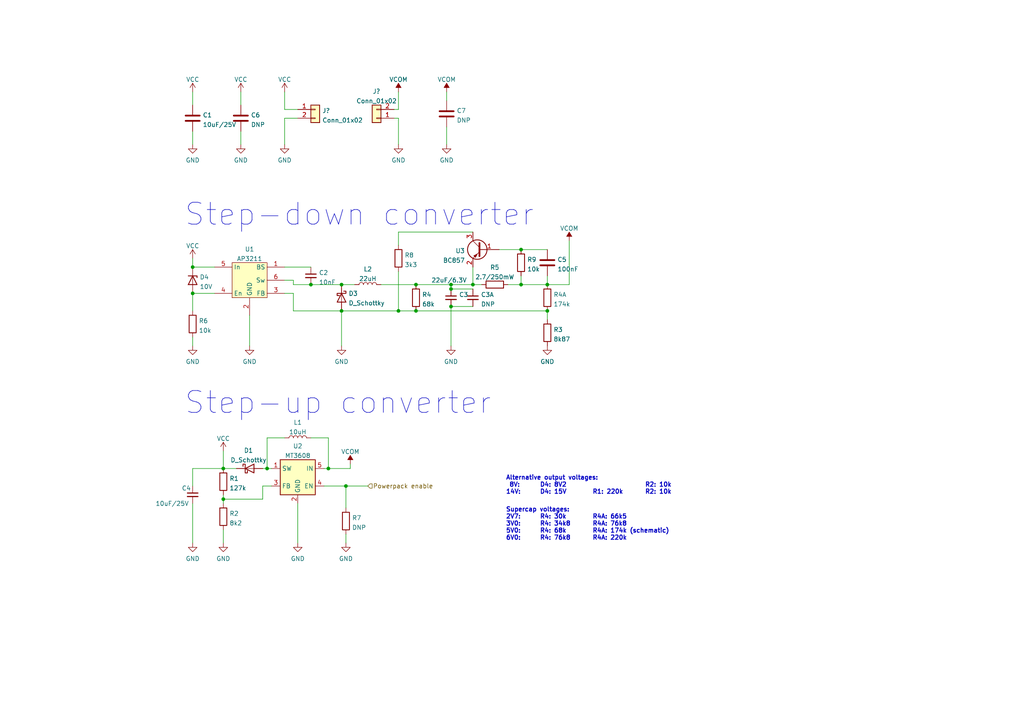
<source format=kicad_sch>
(kicad_sch (version 20211123) (generator eeschema)
  (paper "A4")
  (lib_symbols
    (symbol "Connector_Generic:Conn_01x02" (pin_names (offset 1.016) hide)
      (property "Reference" "J" (at 0 2.54 0))
      (property "Value" "Conn_01x02" (at 0 -5.08 0))
      (symbol "Conn_01x02_1_1"
        (rectangle (start -1.27 -2.413) (end 0 -2.667) (stroke (width 0.1524)))
        (rectangle (start -1.27 0.127) (end 0 -0.127) (stroke (width 0.1524)))
        (rectangle (start -1.27 1.27) (end 1.27 -3.81) (stroke (width 0.254)) (fill (type background)))
        (pin passive line (at -5.08 0 0) (length 3.81) (name "Pin_1") (number "1"))
        (pin passive line (at -5.08 -2.54 0) (length 3.81) (name "Pin_2") (number "2"))
      )
    )
    (symbol "Device:C" (pin_numbers hide) (pin_names (offset 0.254))
      (property "Reference" "C" (at 0.635 2.54 0))
      (property "Value" "C" (at 0.635 -2.54 0))
      (symbol "C_0_1"
        (polyline (pts (xy -2.032 -0.762) (xy 2.032 -0.762)) (stroke (width 0.508)))
        (polyline (pts (xy -2.032 0.762) (xy 2.032 0.762)) (stroke (width 0.508)))
      )
      (symbol "C_1_1"
        (pin passive line (at 0 3.81 270) (length 2.794) (name "~") (number "1"))
        (pin passive line (at 0 -3.81 90) (length 2.794) (name "~") (number "2"))
      )
    )
    (symbol "Device:C_Small" (pin_numbers hide) (pin_names (offset 0.254) hide)
      (property "Reference" "C" (at 0.254 1.778 0))
      (property "Value" "C_Small" (at 0.254 -2.032 0))
      (symbol "C_Small_0_1"
        (polyline (pts (xy -1.524 -0.508) (xy 1.524 -0.508)) (stroke (width 0.3302)))
        (polyline (pts (xy -1.524 0.508) (xy 1.524 0.508)) (stroke (width 0.3048)))
      )
      (symbol "C_Small_1_1"
        (pin passive line (at 0 2.54 270) (length 2.032) (name "~") (number "1"))
        (pin passive line (at 0 -2.54 90) (length 2.032) (name "~") (number "2"))
      )
    )
    (symbol "Device:D_Schottky" (pin_numbers hide) (pin_names (offset 1.016) hide)
      (property "Reference" "D" (at 0 2.54 0))
      (property "Value" "D_Schottky" (at 0 -2.54 0))
      (symbol "D_Schottky_0_1"
        (polyline (pts (xy 1.27 0) (xy -1.27 0)))
        (polyline (pts (xy 1.27 1.27) (xy 1.27 -1.27) (xy -1.27 0) (xy 1.27 1.27)) (stroke (width 0.254)))
        (polyline (pts (xy -1.905 0.635) (xy -1.905 1.27) (xy -1.27 1.27) (xy -1.27 -1.27) (xy -0.635 -1.27) (xy -0.635 -0.635)) (stroke (width 0.254)))
      )
      (symbol "D_Schottky_1_1"
        (pin passive line (at -3.81 0 0) (length 2.54) (name "K") (number "1"))
        (pin passive line (at 3.81 0 180) (length 2.54) (name "A") (number "2"))
      )
    )
    (symbol "Device:D_Zener" (pin_numbers hide) (pin_names (offset 1.016) hide)
      (property "Reference" "D" (at 0 2.54 0))
      (property "Value" "D_Zener" (at 0 -2.54 0))
      (symbol "D_Zener_0_1"
        (polyline (pts (xy 1.27 0) (xy -1.27 0)))
        (polyline (pts (xy -1.27 -1.27) (xy -1.27 1.27) (xy -0.762 1.27)) (stroke (width 0.254)))
        (polyline (pts (xy 1.27 -1.27) (xy 1.27 1.27) (xy -1.27 0) (xy 1.27 -1.27)) (stroke (width 0.254)))
      )
      (symbol "D_Zener_1_1"
        (pin passive line (at -3.81 0 0) (length 2.54) (name "K") (number "1"))
        (pin passive line (at 3.81 0 180) (length 2.54) (name "A") (number "2"))
      )
    )
    (symbol "Device:L" (pin_numbers hide) (pin_names (offset 1.016) hide)
      (property "Reference" "L" (at -1.27 0 90))
      (property "Value" "L" (at 1.905 0 90))
      (symbol "L_0_1"
        (arc (start 0 -2.54) (mid 0.635 -1.905) (end 0 -1.27))
        (arc (start 0 -1.27) (mid 0.635 -0.635) (end 0 0))
        (arc (start 0 0) (mid 0.635 0.635) (end 0 1.27))
        (arc (start 0 1.27) (mid 0.635 1.905) (end 0 2.54))
      )
      (symbol "L_1_1"
        (pin passive line (at 0 3.81 270) (length 1.27) (name "1") (number "1"))
        (pin passive line (at 0 -3.81 90) (length 1.27) (name "2") (number "2"))
      )
    )
    (symbol "Device:R" (pin_numbers hide) (pin_names (offset 0))
      (property "Reference" "R" (at 2.032 0 90))
      (property "Value" "R" (at 0 0 90))
      (symbol "R_0_1"
        (rectangle (start -1.016 -2.54) (end 1.016 2.54) (stroke (width 0.254)))
      )
      (symbol "R_1_1"
        (pin passive line (at 0 3.81 270) (length 1.27) (name "~") (number "1"))
        (pin passive line (at 0 -3.81 90) (length 1.27) (name "~") (number "2"))
      )
    )
    (symbol "Regulator_Switching:MT3608"
      (property "Reference" "U" (at -2.54 8.89 0))
      (property "Value" "MT3608" (at -3.81 6.35 0))
      (symbol "MT3608_0_1"
        (rectangle (start -5.08 5.08) (end 5.08 -5.08) (stroke (width 0.254)) (fill (type background)))
      )
      (symbol "MT3608_1_1"
        (pin passive line (at 7.62 2.54 180) (length 2.54) (name "SW") (number "1"))
        (pin power_in line (at 0 -7.62 90) (length 2.54) (name "GND") (number "2"))
        (pin input line (at 7.62 -2.54 180) (length 2.54) (name "FB") (number "3"))
        (pin input line (at -7.62 -2.54 0) (length 2.54) (name "EN") (number "4"))
        (pin power_in line (at -7.62 2.54 0) (length 2.54) (name "IN") (number "5"))
        (pin no_connect line (at 5.08 0 180) (length 2.54) hide (name "NC") (number "6"))
      )
    )
    (symbol "Transistor_BJT:BC857" (pin_names (offset 0) hide)
      (property "Reference" "Q" (at 5.08 1.905 0))
      (property "Value" "BC857" (at 5.08 0 0))
      (symbol "BC857_0_1"
        (polyline (pts (xy 0.635 0.635) (xy 2.54 2.54)))
        (polyline (pts (xy 0.635 -0.635) (xy 2.54 -2.54) (xy 2.54 -2.54)))
        (polyline (pts (xy 0.635 1.905) (xy 0.635 -1.905) (xy 0.635 -1.905)) (stroke (width 0.508)))
        (polyline (pts (xy 2.286 -1.778) (xy 1.778 -2.286) (xy 1.27 -1.27) (xy 2.286 -1.778) (xy 2.286 -1.778)) (fill (type outline)))
        (circle (center 1.27 0) (radius 2.8194) (stroke (width 0.254)))
      )
      (symbol "BC857_1_1"
        (pin input line (at -5.08 0 0) (length 5.715) (name "B") (number "1"))
        (pin passive line (at 2.54 -5.08 90) (length 2.54) (name "E") (number "2"))
        (pin passive line (at 2.54 5.08 270) (length 2.54) (name "C") (number "3"))
      )
    )
    (symbol "power:GND" (power) (pin_names (offset 0))
      (property "Value" "GND" (at 0 -3.81 0))
      (symbol "GND_0_1"
        (polyline (pts (xy 0 0) (xy 0 -1.27) (xy 1.27 -1.27) (xy 0 -2.54) (xy -1.27 -1.27) (xy 0 -1.27)))
      )
      (symbol "GND_1_1"
        (pin power_in line (at 0 0 270) (length 0) hide (name "GND") (number "1"))
      )
    )
    (symbol "power:VCC" (power) (pin_names (offset 0))
      (property "Value" "VCC" (at 0 3.81 0))
      (symbol "VCC_0_1"
        (polyline (pts (xy -0.762 1.27) (xy 0 2.54)))
        (polyline (pts (xy 0 0) (xy 0 2.54)))
        (polyline (pts (xy 0 2.54) (xy 0.762 1.27)))
      )
      (symbol "VCC_1_1"
        (pin power_in line (at 0 0 90) (length 0) hide (name "VCC") (number "1"))
      )
    )
    (symbol "power:VCOM" (power) (pin_names (offset 0))
      (property "Value" "VCOM" (at 0 3.81 0))
      (symbol "VCOM_0_1"
        (polyline (pts (xy 0 0) (xy 0 2.54)))
        (polyline (pts (xy 0.762 1.27) (xy -0.762 1.27) (xy 0 2.54) (xy 0.762 1.27)) (fill (type outline)))
      )
      (symbol "VCOM_1_1"
        (pin power_in line (at 0 0 90) (length 0) hide (name "VCOM") (number "1"))
      )
    )
    (symbol "pyth:AP3211"
      (property "Reference" "U" (at 5.08 7.62 0))
      (property "Value" "AP3211" (at 5.08 -5.08 0))
      (symbol "AP3211_0_1"
        (rectangle (start -5.08 6.35) (end 5.08 -3.81) (stroke (width 0.1524)) (fill (type background)))
      )
      (symbol "AP3211_1_1"
        (pin output line (at 10.16 5.08 180) (length 5.08) (name "BS") (number "1"))
        (pin power_out line (at 0 -8.89 90) (length 5.08) (name "GND") (number "2"))
        (pin input line (at 10.16 -2.54 180) (length 5.08) (name "FB") (number "3"))
        (pin input line (at -10.16 -2.54 0) (length 5.08) (name "En") (number "4"))
        (pin input line (at -10.16 5.08 0) (length 5.08) (name "In") (number "5"))
        (pin input line (at 10.16 1.27 180) (length 5.08) (name "Sw") (number "6"))
      )
    )
  )
  (junction (at 55.88 85.09))
  (junction (at 100.33 140.97))
  (junction (at 137.16 82.55))
  (junction (at 115.57 90.17))
  (junction (at 151.13 72.39))
  (junction (at 77.47 135.89))
  (junction (at 64.77 135.89))
  (junction (at 64.77 144.78))
  (junction (at 151.13 82.55))
  (junction (at 99.06 82.55))
  (junction (at 95.25 135.89))
  (junction (at 90.17 82.55))
  (junction (at 158.75 82.55))
  (junction (at 99.06 90.17))
  (junction (at 130.81 88.9))
  (junction (at 158.75 90.17))
  (junction (at 130.81 82.55))
  (junction (at 120.65 82.55))
  (junction (at 55.88 77.47))
  (junction (at 120.65 90.17))
  (junction (at 130.81 83.82))
  (wire (pts (xy 86.36 146.05) (xy 86.36 157.48)))
  (wire (pts (xy 64.77 135.89) (xy 68.58 135.89)))
  (wire (pts (xy 99.06 90.17) (xy 115.57 90.17)))
  (wire (pts (xy 77.47 135.89) (xy 78.74 135.89)))
  (wire (pts (xy 115.57 67.31) (xy 137.16 67.31)))
  (wire (pts (xy 85.09 81.28) (xy 85.09 82.55)))
  (wire (pts (xy 55.88 26.67) (xy 55.88 30.48)))
  (wire (pts (xy 165.1 82.55) (xy 158.75 82.55)))
  (wire (pts (xy 115.57 90.17) (xy 120.65 90.17)))
  (wire (pts (xy 137.16 77.47) (xy 137.16 82.55)))
  (wire (pts (xy 82.55 81.28) (xy 85.09 81.28)))
  (wire (pts (xy 64.77 144.78) (xy 64.77 146.05)))
  (wire (pts (xy 82.55 31.75) (xy 82.55 26.67)))
  (wire (pts (xy 120.65 90.17) (xy 158.75 90.17)))
  (wire (pts (xy 55.88 38.1) (xy 55.88 41.91)))
  (wire (pts (xy 64.77 143.51) (xy 64.77 144.78)))
  (wire (pts (xy 100.33 140.97) (xy 106.68 140.97)))
  (wire (pts (xy 55.88 77.47) (xy 62.23 77.47)))
  (wire (pts (xy 151.13 72.39) (xy 158.75 72.39)))
  (wire (pts (xy 55.88 74.93) (xy 55.88 77.47)))
  (wire (pts (xy 69.85 26.67) (xy 69.85 30.48)))
  (wire (pts (xy 93.98 140.97) (xy 100.33 140.97)))
  (wire (pts (xy 64.77 153.67) (xy 64.77 157.48)))
  (wire (pts (xy 130.81 83.82) (xy 130.81 82.55)))
  (wire (pts (xy 165.1 69.85) (xy 165.1 82.55)))
  (wire (pts (xy 76.2 135.89) (xy 77.47 135.89)))
  (wire (pts (xy 76.2 140.97) (xy 76.2 144.78)))
  (wire (pts (xy 72.39 91.44) (xy 72.39 100.33)))
  (wire (pts (xy 130.81 83.82) (xy 137.16 83.82)))
  (wire (pts (xy 100.33 154.94) (xy 100.33 157.48)))
  (wire (pts (xy 55.88 97.79) (xy 55.88 100.33)))
  (wire (pts (xy 115.57 78.74) (xy 115.57 90.17)))
  (wire (pts (xy 86.36 31.75) (xy 82.55 31.75)))
  (wire (pts (xy 82.55 127) (xy 77.47 127)))
  (wire (pts (xy 85.09 82.55) (xy 90.17 82.55)))
  (wire (pts (xy 55.88 135.89) (xy 64.77 135.89)))
  (wire (pts (xy 55.88 140.97) (xy 55.88 135.89)))
  (wire (pts (xy 115.57 31.75) (xy 114.3 31.75)))
  (wire (pts (xy 99.06 90.17) (xy 99.06 100.33)))
  (wire (pts (xy 82.55 85.09) (xy 85.09 85.09)))
  (wire (pts (xy 114.3 34.29) (xy 115.57 34.29)))
  (wire (pts (xy 95.25 135.89) (xy 93.98 135.89)))
  (wire (pts (xy 90.17 127) (xy 95.25 127)))
  (wire (pts (xy 85.09 90.17) (xy 85.09 85.09)))
  (wire (pts (xy 55.88 85.09) (xy 62.23 85.09)))
  (wire (pts (xy 130.81 82.55) (xy 120.65 82.55)))
  (wire (pts (xy 100.33 140.97) (xy 100.33 147.32)))
  (wire (pts (xy 82.55 77.47) (xy 90.17 77.47)))
  (wire (pts (xy 82.55 41.91) (xy 82.55 34.29)))
  (wire (pts (xy 95.25 127) (xy 95.25 135.89)))
  (wire (pts (xy 64.77 130.81) (xy 64.77 135.89)))
  (wire (pts (xy 115.57 26.67) (xy 115.57 31.75)))
  (wire (pts (xy 99.06 82.55) (xy 102.87 82.55)))
  (wire (pts (xy 101.6 134.62) (xy 101.6 135.89)))
  (wire (pts (xy 151.13 82.55) (xy 158.75 82.55)))
  (wire (pts (xy 137.16 82.55) (xy 139.7 82.55)))
  (wire (pts (xy 144.78 72.39) (xy 151.13 72.39)))
  (wire (pts (xy 158.75 80.01) (xy 158.75 82.55)))
  (wire (pts (xy 90.17 82.55) (xy 99.06 82.55)))
  (wire (pts (xy 130.81 88.9) (xy 137.16 88.9)))
  (wire (pts (xy 85.09 90.17) (xy 99.06 90.17)))
  (wire (pts (xy 151.13 80.01) (xy 151.13 82.55)))
  (wire (pts (xy 158.75 90.17) (xy 158.75 92.71)))
  (wire (pts (xy 129.54 36.83) (xy 129.54 41.91)))
  (wire (pts (xy 55.88 146.05) (xy 55.88 157.48)))
  (wire (pts (xy 110.49 82.55) (xy 120.65 82.55)))
  (wire (pts (xy 82.55 34.29) (xy 86.36 34.29)))
  (wire (pts (xy 147.32 82.55) (xy 151.13 82.55)))
  (wire (pts (xy 115.57 71.12) (xy 115.57 67.31)))
  (wire (pts (xy 130.81 82.55) (xy 137.16 82.55)))
  (wire (pts (xy 101.6 135.89) (xy 95.25 135.89)))
  (wire (pts (xy 77.47 127) (xy 77.47 135.89)))
  (wire (pts (xy 115.57 34.29) (xy 115.57 41.91)))
  (wire (pts (xy 55.88 85.09) (xy 55.88 90.17)))
  (wire (pts (xy 129.54 26.67) (xy 129.54 29.21)))
  (wire (pts (xy 78.74 140.97) (xy 76.2 140.97)))
  (wire (pts (xy 64.77 144.78) (xy 76.2 144.78)))
  (wire (pts (xy 130.81 88.9) (xy 130.81 100.33)))
  (wire (pts (xy 69.85 38.1) (xy 69.85 41.91)))
  (text "Step-down converter" (at 53.34 66.04 0) (effects (font (size 6.35 6.35)) (justify left bottom)))
  (text "Step-up converter" (at 53.34 120.65 0) (effects (font (size 6.35 6.35)) (justify left bottom)))
  (text "Supercap voltages:\n2V7:	R4: 30k		R4A: 66k5\n3V0:	R4: 34k8	R4A: 76k8\n5V0:	R4: 68k		R4A: 174k (schematic)\n6V0:	R4: 76k8	R4A: 220k" (at 146.685 156.845 0) (effects (font (size 1.27 1.27) bold) (justify left bottom)))
  (text "Alternative output voltages:\n 8V:	D4: 8V2					R2: 10k\n14V:	D4: 15V 	R1: 220k	R2: 10k" (at 146.685 143.51 0) (effects (font (size 1.27 1.27) bold) (justify left bottom)))
  (hierarchical_label "Powerpack enable" (shape input) (at 106.68 140.97 0))
  (symbol (lib_id "Device:R") (at 151.13 76.2 180) (unit 1)
    (property "Reference" "R9" (at 152.908 75.2915 0) (effects (justify right)))
    (property "Value" "10k" (at 152.908 78.0666 0) (effects (justify right)))
  )
  (symbol (lib_id "power:GND") (at 86.36 157.48 0) (unit 1)
    (property "Reference" "#PWR?" (effects hide))
    (property "Value" "GND" (at 86.36 162.0425 0))
  )
  (symbol (lib_id "Device:C") (at 158.75 76.2 0) (unit 1)
    (property "Reference" "C5" (at 161.671 75.2915 0) (effects (justify left)))
    (property "Value" "100nF" (at 161.671 78.0666 0) (effects (justify left)))
  )
  (symbol (lib_id "power:VCOM") (at 165.1 69.85 0) (unit 1)
    (property "Reference" "#PWR?" (effects hide))
    (property "Value" "VCOM" (at 165.1 66.2455 0))
  )
  (symbol (lib_id "power:VCC") (at 64.77 130.81 0) (unit 1)
    (property "Reference" "#PWR?" (effects hide))
    (property "Value" "VCC" (at 64.77 127.2055 0))
  )
  (symbol (lib_id "power:GND") (at 55.88 100.33 0) (unit 1)
    (property "Reference" "#PWR?" (effects hide))
    (property "Value" "GND" (at 55.88 104.8925 0))
  )
  (symbol (lib_id "Regulator_Switching:MT3608") (at 86.36 138.43 0) (mirror y) (unit 1)
    (property "Reference" "U2" (at 86.36 129.3835 0))
    (property "Value" "MT3608" (at 86.36 132.1586 0))
    (property "Footprint" "Package_TO_SOT_SMD:SOT-23-6" (effects hide))
    (property "Datasheet" "https://www.olimex.com/Products/Breadboarding/BB-PWR-3608/resources/MT3608.pdf" (effects hide))
  )
  (symbol (lib_id "power:GND") (at 55.88 41.91 0) (unit 1)
    (property "Reference" "#PWR?" (effects hide))
    (property "Value" "GND" (at 55.88 46.4725 0))
  )
  (symbol (lib_id "Device:R") (at 64.77 149.86 0) (unit 1)
    (property "Reference" "R2" (at 66.548 148.9515 0) (effects (justify left)))
    (property "Value" "8k2" (at 66.548 151.7266 0) (effects (justify left)))
  )
  (symbol (lib_id "Device:D_Schottky") (at 99.06 86.36 270) (unit 1)
    (property "Reference" "D3" (at 101.092 85.134 90) (effects (justify left)))
    (property "Value" "D_Schottky" (at 101.092 87.9091 90) (effects (justify left)))
  )
  (symbol (lib_id "power:VCOM") (at 115.57 26.67 0) (unit 1)
    (property "Reference" "#PWR?" (effects hide))
    (property "Value" "VCOM" (at 115.57 23.0655 0))
  )
  (symbol (lib_id "Device:R") (at 158.75 96.52 180) (unit 1)
    (property "Reference" "R3" (at 160.528 95.6115 0) (effects (justify right)))
    (property "Value" "8k87" (at 160.528 98.3866 0) (effects (justify right)))
  )
  (symbol (lib_id "power:VCC") (at 55.88 26.67 0) (unit 1)
    (property "Reference" "#PWR?" (effects hide))
    (property "Value" "VCC" (at 55.88 23.0655 0))
  )
  (symbol (lib_id "Device:C_Small") (at 137.16 86.36 0) (unit 1)
    (property "Reference" "C3A" (at 139.4841 85.4578 0) (effects (justify left)))
    (property "Value" "DNP" (at 139.4841 88.2329 0) (effects (justify left)))
  )
  (symbol (lib_id "Connector_Generic:Conn_01x02") (at 109.22 34.29 180) (unit 1)
    (property "Reference" "J?" (at 109.22 26.5135 0))
    (property "Value" "Conn_01x02" (at 109.22 29.2886 0))
  )
  (symbol (lib_id "power:VCC") (at 69.85 26.67 0) (unit 1)
    (property "Reference" "#PWR?" (effects hide))
    (property "Value" "VCC" (at 69.85 23.0655 0))
  )
  (symbol (lib_id "power:GND") (at 115.57 41.91 0) (unit 1)
    (property "Reference" "#PWR?" (effects hide))
    (property "Value" "GND" (at 115.57 46.4725 0))
  )
  (symbol (lib_id "power:VCOM") (at 129.54 26.67 0) (unit 1)
    (property "Reference" "#PWR?" (effects hide))
    (property "Value" "VCOM" (at 129.54 23.0655 0))
  )
  (symbol (lib_id "power:GND") (at 55.88 157.48 0) (unit 1)
    (property "Reference" "#PWR?" (effects hide))
    (property "Value" "GND" (at 55.88 162.0425 0))
  )
  (symbol (lib_id "Connector_Generic:Conn_01x02") (at 91.44 31.75 0) (unit 1)
    (property "Reference" "J?" (at 93.472 32.1115 0) (effects (justify left)))
    (property "Value" "Conn_01x02" (at 93.472 34.8866 0) (effects (justify left)))
  )
  (symbol (lib_id "power:VCC") (at 82.55 26.67 0) (unit 1)
    (property "Reference" "#PWR?" (effects hide))
    (property "Value" "VCC" (at 82.55 23.0655 0))
  )
  (symbol (lib_id "power:GND") (at 129.54 41.91 0) (unit 1)
    (property "Reference" "#PWR?" (effects hide))
    (property "Value" "GND" (at 129.54 46.4725 0))
  )
  (symbol (lib_id "power:GND") (at 100.33 157.48 0) (unit 1)
    (property "Reference" "#PWR?" (effects hide))
    (property "Value" "GND" (at 100.33 162.0425 0))
  )
  (symbol (lib_id "Device:D_Schottky") (at 72.39 135.89 0) (unit 1)
    (property "Reference" "D1" (at 72.0725 130.6535 0))
    (property "Value" "D_Schottky" (at 72.0725 133.4286 0))
  )
  (symbol (lib_id "pyth:AP3211") (at 72.39 82.55 0) (unit 1)
    (property "Reference" "U1" (at 72.39 72.2843 0))
    (property "Value" "AP3211" (at 72.39 75.0594 0))
  )
  (symbol (lib_id "Device:R") (at 115.57 74.93 0) (unit 1)
    (property "Reference" "R8" (at 117.348 74.0215 0) (effects (justify left)))
    (property "Value" "3k3" (at 117.348 76.7966 0) (effects (justify left)))
  )
  (symbol (lib_id "power:VCC") (at 55.88 74.93 0) (unit 1)
    (property "Reference" "#PWR?" (effects hide))
    (property "Value" "VCC" (at 55.88 71.3255 0))
  )
  (symbol (lib_id "power:GND") (at 99.06 100.33 0) (unit 1)
    (property "Reference" "#PWR?" (effects hide))
    (property "Value" "GND" (at 99.06 104.8925 0))
  )
  (symbol (lib_id "Transistor_BJT:BC857") (at 139.7 72.39 0) (mirror y) (unit 1)
    (property "Reference" "U3" (at 134.8486 72.7515 0) (effects (justify left)))
    (property "Value" "BC857" (at 134.8486 75.5266 0) (effects (justify left)))
    (property "Footprint" "Package_TO_SOT_SMD:SOT-23" (effects hide))
    (property "Datasheet" "https://www.onsemi.com/pub/Collateral/BC860-D.pdf" (effects hide))
  )
  (symbol (lib_id "power:GND") (at 64.77 157.48 0) (unit 1)
    (property "Reference" "#PWR?" (effects hide))
    (property "Value" "GND" (at 64.77 162.0425 0))
  )
  (symbol (lib_id "Device:R") (at 55.88 93.98 0) (unit 1)
    (property "Reference" "R6" (at 57.658 93.0715 0) (effects (justify left)))
    (property "Value" "10k" (at 57.658 95.8466 0) (effects (justify left)))
  )
  (symbol (lib_id "Device:D_Zener") (at 55.88 81.28 270) (unit 1)
    (property "Reference" "D4" (at 57.912 80.3715 90) (effects (justify left)))
    (property "Value" "10V" (at 57.912 83.1466 90) (effects (justify left)))
  )
  (symbol (lib_id "Device:R") (at 64.77 139.7 0) (unit 1)
    (property "Reference" "R1" (at 66.548 138.7915 0) (effects (justify left)))
    (property "Value" "127k" (at 66.548 141.5666 0) (effects (justify left)))
  )
  (symbol (lib_id "Device:C_Small") (at 55.88 143.51 0) (unit 1)
    (property "Reference" "C4" (at 52.705 141.605 0) (effects (justify left)))
    (property "Value" "10uF/25V" (at 45.085 146.05 0) (effects (justify left)))
  )
  (symbol (lib_id "Device:C_Small") (at 90.17 80.01 0) (unit 1)
    (property "Reference" "C2" (at 92.4941 79.1078 0) (effects (justify left)))
    (property "Value" "10nF" (at 92.4941 81.8829 0) (effects (justify left)))
  )
  (symbol (lib_id "Device:L") (at 86.36 127 90) (unit 1)
    (property "Reference" "L1" (at 86.36 122.5255 90))
    (property "Value" "10uH" (at 86.36 125.3006 90))
  )
  (symbol (lib_id "power:GND") (at 82.55 41.91 0) (unit 1)
    (property "Reference" "#PWR?" (effects hide))
    (property "Value" "GND" (at 82.55 46.4725 0))
  )
  (symbol (lib_id "power:GND") (at 158.75 100.33 0) (unit 1)
    (property "Reference" "#PWR?" (effects hide))
    (property "Value" "GND" (at 158.75 104.8925 0))
  )
  (symbol (lib_id "power:VCOM") (at 101.6 134.62 0) (unit 1)
    (property "Reference" "#PWR?" (effects hide))
    (property "Value" "VCOM" (at 101.6 131.0155 0))
  )
  (symbol (lib_id "Device:C") (at 69.85 34.29 0) (unit 1)
    (property "Reference" "C6" (at 72.771 33.3815 0) (effects (justify left)))
    (property "Value" "DNP" (at 72.771 36.1566 0) (effects (justify left)))
  )
  (symbol (lib_id "power:GND") (at 130.81 100.33 0) (unit 1)
    (property "Reference" "#PWR?" (effects hide))
    (property "Value" "GND" (at 130.81 104.8925 0))
  )
  (symbol (lib_id "Device:C") (at 55.88 34.29 0) (unit 1)
    (property "Reference" "C1" (at 58.801 33.3815 0) (effects (justify left)))
    (property "Value" "10uF/25V" (at 58.801 36.1566 0) (effects (justify left)))
  )
  (symbol (lib_id "power:GND") (at 69.85 41.91 0) (unit 1)
    (property "Reference" "#PWR?" (effects hide))
    (property "Value" "GND" (at 69.85 46.4725 0))
  )
  (symbol (lib_id "Device:C") (at 129.54 33.02 0) (unit 1)
    (property "Reference" "C7" (at 132.461 32.1115 0) (effects (justify left)))
    (property "Value" "DNP" (at 132.461 34.8866 0) (effects (justify left)))
  )
  (symbol (lib_id "power:GND") (at 72.39 100.33 0) (unit 1)
    (property "Reference" "#PWR?" (effects hide))
    (property "Value" "GND" (at 72.39 104.8925 0))
  )
  (symbol (lib_id "Device:R") (at 158.75 86.36 180) (unit 1)
    (property "Reference" "R4A" (at 160.528 85.4515 0) (effects (justify right)))
    (property "Value" "174k" (at 160.528 88.2266 0) (effects (justify right)))
  )
  (symbol (lib_id "Device:C_Small") (at 130.81 86.36 0) (unit 1)
    (property "Reference" "C3" (at 133.1341 85.4578 0) (effects (justify left)))
    (property "Value" "22uF/6.3V" (at 125.095 81.28 0) (effects (justify left)))
  )
  (symbol (lib_id "Device:R") (at 120.65 86.36 0) (unit 1)
    (property "Reference" "R4" (at 122.428 85.4515 0) (effects (justify left)))
    (property "Value" "68k" (at 122.428 88.2266 0) (effects (justify left)))
  )
  (symbol (lib_id "Device:R") (at 100.33 151.13 0) (unit 1)
    (property "Reference" "R7" (at 102.108 150.2215 0) (effects (justify left)))
    (property "Value" "DNP" (at 102.108 152.9966 0) (effects (justify left)))
  )
  (symbol (lib_id "Device:R") (at 143.51 82.55 90) (unit 1)
    (property "Reference" "R5" (at 143.51 77.5675 90))
    (property "Value" "2.7/250mW" (at 143.51 80.3426 90))
  )
  (symbol (lib_id "Device:L") (at 106.68 82.55 90) (unit 1)
    (property "Reference" "L2" (at 106.68 78.0755 90))
    (property "Value" "22uH" (at 106.68 80.8506 90))
  )
)
</source>
